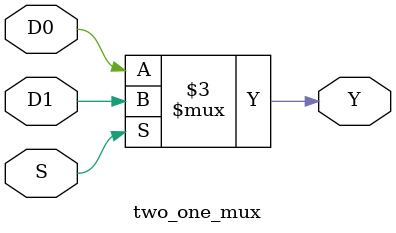
<source format=v>
`timescale 1ns / 1ps


module two_one_mux(D0,D1,S,Y); 

input wire D0,D1,S; 
output reg Y; 

always@(D0 or D1 or S) 
begin 

if(S)
Y=D1; 
else 
Y=D0; 

end 


endmodule

</source>
